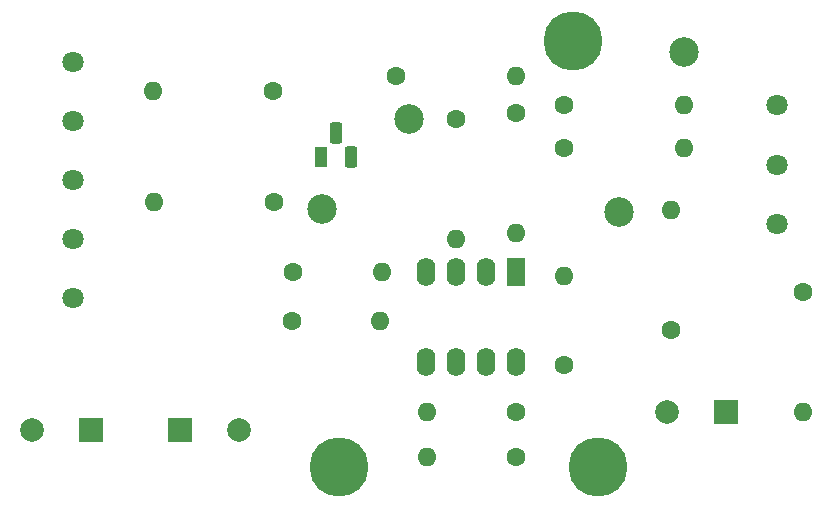
<source format=gbr>
%TF.GenerationSoftware,KiCad,Pcbnew,(6.0.0)*%
%TF.CreationDate,2022-02-02T10:45:07-05:00*%
%TF.ProjectId,PID_electronics,5049445f-656c-4656-9374-726f6e696373,rev?*%
%TF.SameCoordinates,Original*%
%TF.FileFunction,Soldermask,Top*%
%TF.FilePolarity,Negative*%
%FSLAX46Y46*%
G04 Gerber Fmt 4.6, Leading zero omitted, Abs format (unit mm)*
G04 Created by KiCad (PCBNEW (6.0.0)) date 2022-02-02 10:45:07*
%MOMM*%
%LPD*%
G01*
G04 APERTURE LIST*
G04 Aperture macros list*
%AMRoundRect*
0 Rectangle with rounded corners*
0 $1 Rounding radius*
0 $2 $3 $4 $5 $6 $7 $8 $9 X,Y pos of 4 corners*
0 Add a 4 corners polygon primitive as box body*
4,1,4,$2,$3,$4,$5,$6,$7,$8,$9,$2,$3,0*
0 Add four circle primitives for the rounded corners*
1,1,$1+$1,$2,$3*
1,1,$1+$1,$4,$5*
1,1,$1+$1,$6,$7*
1,1,$1+$1,$8,$9*
0 Add four rect primitives between the rounded corners*
20,1,$1+$1,$2,$3,$4,$5,0*
20,1,$1+$1,$4,$5,$6,$7,0*
20,1,$1+$1,$6,$7,$8,$9,0*
20,1,$1+$1,$8,$9,$2,$3,0*%
G04 Aperture macros list end*
%ADD10C,2.500000*%
%ADD11C,5.000000*%
%ADD12RoundRect,0.275000X-0.275000X-0.625000X0.275000X-0.625000X0.275000X0.625000X-0.275000X0.625000X0*%
%ADD13R,1.100000X1.800000*%
%ADD14C,1.600000*%
%ADD15O,1.600000X1.600000*%
%ADD16R,2.000000X2.000000*%
%ADD17C,2.000000*%
%ADD18C,1.803400*%
%ADD19O,1.600000X2.400000*%
%ADD20R,1.600000X2.400000*%
G04 APERTURE END LIST*
D10*
%TO.C,REF\u002A\u002A*%
X121767600Y-80975200D03*
%TD*%
%TO.C,REF\u002A\u002A*%
X145034000Y-75361800D03*
%TD*%
%TO.C,REF\u002A\u002A*%
X139522200Y-88900000D03*
%TD*%
%TO.C,REF\u002A\u002A*%
X114376200Y-88646000D03*
%TD*%
D11*
%TO.C,REF\u002A\u002A*%
X135661400Y-74404000D03*
%TD*%
%TO.C,REF\u002A\u002A*%
X137769600Y-110490000D03*
%TD*%
%TO.C,REF\u002A\u002A*%
X115849400Y-110490000D03*
%TD*%
D12*
%TO.C,Q3*%
X115570000Y-82150000D03*
X116840000Y-84220000D03*
D13*
X114300000Y-84220000D03*
%TD*%
D14*
%TO.C,R10*%
X155143200Y-95656400D03*
D15*
X155143200Y-105816400D03*
%TD*%
D14*
%TO.C,C1*%
X134899400Y-101794000D03*
D15*
X134899400Y-94294000D03*
%TD*%
D16*
%TO.C,C5*%
X102331123Y-107340400D03*
D17*
X107331123Y-107340400D03*
%TD*%
D18*
%TO.C,J2*%
X152900000Y-79853500D03*
X152900000Y-84853500D03*
X152900000Y-89853500D03*
%TD*%
D16*
%TO.C,C4*%
X94798277Y-107315000D03*
D17*
X89798277Y-107315000D03*
%TD*%
D14*
%TO.C,C7*%
X130800800Y-109575600D03*
D15*
X123300800Y-109575600D03*
%TD*%
D18*
%TO.C,J1*%
X93337000Y-76148899D03*
X93337000Y-81148899D03*
X93337000Y-86148899D03*
X93337000Y-91148900D03*
X93337000Y-96148900D03*
%TD*%
D14*
%TO.C,R7*%
X134874000Y-79806800D03*
D15*
X145034000Y-79806800D03*
%TD*%
D14*
%TO.C,C3*%
X130800800Y-105791000D03*
D15*
X123300800Y-105791000D03*
%TD*%
D14*
%TO.C,R4*%
X110210600Y-78587600D03*
D15*
X100050600Y-78587600D03*
%TD*%
D14*
%TO.C,R8*%
X134899400Y-83489800D03*
D15*
X145059400Y-83489800D03*
%TD*%
D19*
%TO.C,U1*%
X130800000Y-101605000D03*
X128260000Y-101605000D03*
X125720000Y-101605000D03*
X123180000Y-101605000D03*
X123180000Y-93985000D03*
X125720000Y-93985000D03*
X128260000Y-93985000D03*
D20*
X130800000Y-93985000D03*
%TD*%
D14*
%TO.C,C8*%
X111820000Y-98094800D03*
D15*
X119320000Y-98094800D03*
%TD*%
D14*
%TO.C,C2*%
X111921600Y-93954600D03*
D15*
X119421600Y-93954600D03*
%TD*%
D14*
%TO.C,R9*%
X110312200Y-88036400D03*
D15*
X100152200Y-88036400D03*
%TD*%
D14*
%TO.C,R3*%
X125755400Y-81000600D03*
D15*
X125755400Y-91160600D03*
%TD*%
D14*
%TO.C,R2*%
X130784600Y-80467200D03*
D15*
X130784600Y-90627200D03*
%TD*%
D14*
%TO.C,R6*%
X143941800Y-98882200D03*
D15*
X143941800Y-88722200D03*
%TD*%
D14*
%TO.C,R1*%
X120624600Y-77368400D03*
D15*
X130784600Y-77368400D03*
%TD*%
D16*
%TO.C,C6*%
X148620877Y-105791000D03*
D17*
X143620877Y-105791000D03*
%TD*%
M02*

</source>
